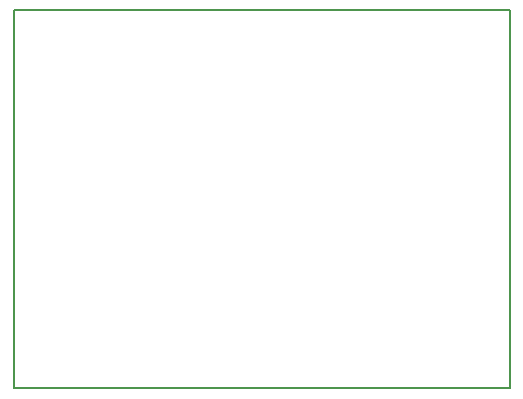
<source format=gko>
G04 Layer_Color=16711935*
%FSLAX24Y24*%
%MOIN*%
G70*
G01*
G75*
%ADD47C,0.0079*%
D47*
X-0Y-0D02*
X16535D01*
Y12598D01*
X-0D02*
X16535D01*
X-0Y-0D02*
Y12598D01*
M02*

</source>
